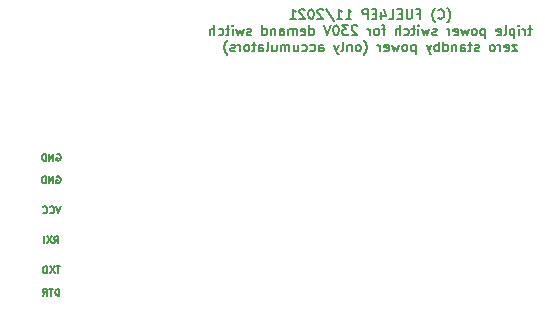
<source format=gbr>
G04 #@! TF.GenerationSoftware,KiCad,Pcbnew,5.1.12-84ad8e8a86~92~ubuntu18.04.1*
G04 #@! TF.CreationDate,2021-11-21T15:48:55+01:00*
G04 #@! TF.ProjectId,HB-UNI-SenAct-4-4-SC_DS_FUEL4EP_PCB,48422d55-4e49-42d5-9365-6e4163742d34,rev?*
G04 #@! TF.SameCoordinates,Original*
G04 #@! TF.FileFunction,Legend,Bot*
G04 #@! TF.FilePolarity,Positive*
%FSLAX46Y46*%
G04 Gerber Fmt 4.6, Leading zero omitted, Abs format (unit mm)*
G04 Created by KiCad (PCBNEW 5.1.12-84ad8e8a86~92~ubuntu18.04.1) date 2021-11-21 15:48:55*
%MOMM*%
%LPD*%
G01*
G04 APERTURE LIST*
%ADD10C,0.152400*%
%ADD11C,0.150000*%
%ADD12C,1.100000*%
%ADD13R,1.500000X1.524000*%
%ADD14C,5.800000*%
%ADD15O,3.251200X1.625600*%
%ADD16O,1.400000X1.400000*%
%ADD17C,1.400000*%
%ADD18O,1.700000X1.700000*%
%ADD19R,1.700000X1.700000*%
%ADD20C,2.000000*%
%ADD21C,1.498600*%
%ADD22R,1.498600X1.498600*%
%ADD23O,1.800000X1.800000*%
%ADD24R,1.800000X1.800000*%
%ADD25O,1.717500X1.800000*%
%ADD26R,1.717500X1.800000*%
%ADD27C,2.082800*%
%ADD28C,3.000000*%
%ADD29C,1.350000*%
%ADD30C,1.800000*%
%ADD31O,2.200000X2.200000*%
%ADD32R,2.200000X2.200000*%
%ADD33C,1.600000*%
%ADD34R,1.600000X1.600000*%
G04 APERTURE END LIST*
D10*
X46221952Y-20946533D02*
X46260657Y-20907828D01*
X46338066Y-20791714D01*
X46376771Y-20714304D01*
X46415476Y-20598190D01*
X46454180Y-20404666D01*
X46454180Y-20249847D01*
X46415476Y-20056323D01*
X46376771Y-19940209D01*
X46338066Y-19862800D01*
X46260657Y-19746685D01*
X46221952Y-19707980D01*
X45447857Y-20559485D02*
X45486561Y-20598190D01*
X45602676Y-20636895D01*
X45680085Y-20636895D01*
X45796200Y-20598190D01*
X45873609Y-20520780D01*
X45912314Y-20443371D01*
X45951019Y-20288552D01*
X45951019Y-20172438D01*
X45912314Y-20017619D01*
X45873609Y-19940209D01*
X45796200Y-19862800D01*
X45680085Y-19824095D01*
X45602676Y-19824095D01*
X45486561Y-19862800D01*
X45447857Y-19901504D01*
X45176923Y-20946533D02*
X45138219Y-20907828D01*
X45060809Y-20791714D01*
X45022104Y-20714304D01*
X44983400Y-20598190D01*
X44944695Y-20404666D01*
X44944695Y-20249847D01*
X44983400Y-20056323D01*
X45022104Y-19940209D01*
X45060809Y-19862800D01*
X45138219Y-19746685D01*
X45176923Y-19707980D01*
X43667438Y-20211142D02*
X43938371Y-20211142D01*
X43938371Y-20636895D02*
X43938371Y-19824095D01*
X43551323Y-19824095D01*
X43241685Y-19824095D02*
X43241685Y-20482076D01*
X43202980Y-20559485D01*
X43164276Y-20598190D01*
X43086866Y-20636895D01*
X42932047Y-20636895D01*
X42854638Y-20598190D01*
X42815933Y-20559485D01*
X42777228Y-20482076D01*
X42777228Y-19824095D01*
X42390180Y-20211142D02*
X42119247Y-20211142D01*
X42003133Y-20636895D02*
X42390180Y-20636895D01*
X42390180Y-19824095D01*
X42003133Y-19824095D01*
X41267742Y-20636895D02*
X41654790Y-20636895D01*
X41654790Y-19824095D01*
X40648466Y-20095028D02*
X40648466Y-20636895D01*
X40841990Y-19785390D02*
X41035514Y-20365961D01*
X40532352Y-20365961D01*
X40222714Y-20211142D02*
X39951780Y-20211142D01*
X39835666Y-20636895D02*
X40222714Y-20636895D01*
X40222714Y-19824095D01*
X39835666Y-19824095D01*
X39487323Y-20636895D02*
X39487323Y-19824095D01*
X39177685Y-19824095D01*
X39100276Y-19862800D01*
X39061571Y-19901504D01*
X39022866Y-19978914D01*
X39022866Y-20095028D01*
X39061571Y-20172438D01*
X39100276Y-20211142D01*
X39177685Y-20249847D01*
X39487323Y-20249847D01*
X37629495Y-20636895D02*
X38093952Y-20636895D01*
X37861723Y-20636895D02*
X37861723Y-19824095D01*
X37939133Y-19940209D01*
X38016542Y-20017619D01*
X38093952Y-20056323D01*
X36855400Y-20636895D02*
X37319857Y-20636895D01*
X37087628Y-20636895D02*
X37087628Y-19824095D01*
X37165038Y-19940209D01*
X37242447Y-20017619D01*
X37319857Y-20056323D01*
X35926485Y-19785390D02*
X36623171Y-20830419D01*
X35694257Y-19901504D02*
X35655552Y-19862800D01*
X35578142Y-19824095D01*
X35384619Y-19824095D01*
X35307209Y-19862800D01*
X35268504Y-19901504D01*
X35229800Y-19978914D01*
X35229800Y-20056323D01*
X35268504Y-20172438D01*
X35732961Y-20636895D01*
X35229800Y-20636895D01*
X34726638Y-19824095D02*
X34649228Y-19824095D01*
X34571819Y-19862800D01*
X34533114Y-19901504D01*
X34494409Y-19978914D01*
X34455704Y-20133733D01*
X34455704Y-20327257D01*
X34494409Y-20482076D01*
X34533114Y-20559485D01*
X34571819Y-20598190D01*
X34649228Y-20636895D01*
X34726638Y-20636895D01*
X34804047Y-20598190D01*
X34842752Y-20559485D01*
X34881457Y-20482076D01*
X34920161Y-20327257D01*
X34920161Y-20133733D01*
X34881457Y-19978914D01*
X34842752Y-19901504D01*
X34804047Y-19862800D01*
X34726638Y-19824095D01*
X34146066Y-19901504D02*
X34107361Y-19862800D01*
X34029952Y-19824095D01*
X33836428Y-19824095D01*
X33759019Y-19862800D01*
X33720314Y-19901504D01*
X33681609Y-19978914D01*
X33681609Y-20056323D01*
X33720314Y-20172438D01*
X34184771Y-20636895D01*
X33681609Y-20636895D01*
X32907514Y-20636895D02*
X33371971Y-20636895D01*
X33139742Y-20636895D02*
X33139742Y-19824095D01*
X33217152Y-19940209D01*
X33294561Y-20017619D01*
X33371971Y-20056323D01*
X53362980Y-21466628D02*
X53053342Y-21466628D01*
X53246866Y-21195695D02*
X53246866Y-21892380D01*
X53208161Y-21969790D01*
X53130752Y-22008495D01*
X53053342Y-22008495D01*
X52782409Y-22008495D02*
X52782409Y-21466628D01*
X52782409Y-21621447D02*
X52743704Y-21544038D01*
X52705000Y-21505333D01*
X52627590Y-21466628D01*
X52550180Y-21466628D01*
X52279247Y-22008495D02*
X52279247Y-21466628D01*
X52279247Y-21195695D02*
X52317952Y-21234400D01*
X52279247Y-21273104D01*
X52240542Y-21234400D01*
X52279247Y-21195695D01*
X52279247Y-21273104D01*
X51892200Y-21466628D02*
X51892200Y-22279428D01*
X51892200Y-21505333D02*
X51814790Y-21466628D01*
X51659971Y-21466628D01*
X51582561Y-21505333D01*
X51543857Y-21544038D01*
X51505152Y-21621447D01*
X51505152Y-21853676D01*
X51543857Y-21931085D01*
X51582561Y-21969790D01*
X51659971Y-22008495D01*
X51814790Y-22008495D01*
X51892200Y-21969790D01*
X51040695Y-22008495D02*
X51118104Y-21969790D01*
X51156809Y-21892380D01*
X51156809Y-21195695D01*
X50421419Y-21969790D02*
X50498828Y-22008495D01*
X50653647Y-22008495D01*
X50731057Y-21969790D01*
X50769761Y-21892380D01*
X50769761Y-21582742D01*
X50731057Y-21505333D01*
X50653647Y-21466628D01*
X50498828Y-21466628D01*
X50421419Y-21505333D01*
X50382714Y-21582742D01*
X50382714Y-21660152D01*
X50769761Y-21737561D01*
X49415095Y-21466628D02*
X49415095Y-22279428D01*
X49415095Y-21505333D02*
X49337685Y-21466628D01*
X49182866Y-21466628D01*
X49105457Y-21505333D01*
X49066752Y-21544038D01*
X49028047Y-21621447D01*
X49028047Y-21853676D01*
X49066752Y-21931085D01*
X49105457Y-21969790D01*
X49182866Y-22008495D01*
X49337685Y-22008495D01*
X49415095Y-21969790D01*
X48563590Y-22008495D02*
X48641000Y-21969790D01*
X48679704Y-21931085D01*
X48718409Y-21853676D01*
X48718409Y-21621447D01*
X48679704Y-21544038D01*
X48641000Y-21505333D01*
X48563590Y-21466628D01*
X48447476Y-21466628D01*
X48370066Y-21505333D01*
X48331361Y-21544038D01*
X48292657Y-21621447D01*
X48292657Y-21853676D01*
X48331361Y-21931085D01*
X48370066Y-21969790D01*
X48447476Y-22008495D01*
X48563590Y-22008495D01*
X48021723Y-21466628D02*
X47866904Y-22008495D01*
X47712085Y-21621447D01*
X47557266Y-22008495D01*
X47402447Y-21466628D01*
X46783171Y-21969790D02*
X46860580Y-22008495D01*
X47015400Y-22008495D01*
X47092809Y-21969790D01*
X47131514Y-21892380D01*
X47131514Y-21582742D01*
X47092809Y-21505333D01*
X47015400Y-21466628D01*
X46860580Y-21466628D01*
X46783171Y-21505333D01*
X46744466Y-21582742D01*
X46744466Y-21660152D01*
X47131514Y-21737561D01*
X46396123Y-22008495D02*
X46396123Y-21466628D01*
X46396123Y-21621447D02*
X46357419Y-21544038D01*
X46318714Y-21505333D01*
X46241304Y-21466628D01*
X46163895Y-21466628D01*
X45312390Y-21969790D02*
X45234980Y-22008495D01*
X45080161Y-22008495D01*
X45002752Y-21969790D01*
X44964047Y-21892380D01*
X44964047Y-21853676D01*
X45002752Y-21776266D01*
X45080161Y-21737561D01*
X45196276Y-21737561D01*
X45273685Y-21698857D01*
X45312390Y-21621447D01*
X45312390Y-21582742D01*
X45273685Y-21505333D01*
X45196276Y-21466628D01*
X45080161Y-21466628D01*
X45002752Y-21505333D01*
X44693114Y-21466628D02*
X44538295Y-22008495D01*
X44383476Y-21621447D01*
X44228657Y-22008495D01*
X44073838Y-21466628D01*
X43764200Y-22008495D02*
X43764200Y-21466628D01*
X43764200Y-21195695D02*
X43802904Y-21234400D01*
X43764200Y-21273104D01*
X43725495Y-21234400D01*
X43764200Y-21195695D01*
X43764200Y-21273104D01*
X43493266Y-21466628D02*
X43183628Y-21466628D01*
X43377152Y-21195695D02*
X43377152Y-21892380D01*
X43338447Y-21969790D01*
X43261038Y-22008495D01*
X43183628Y-22008495D01*
X42564352Y-21969790D02*
X42641761Y-22008495D01*
X42796580Y-22008495D01*
X42873990Y-21969790D01*
X42912695Y-21931085D01*
X42951400Y-21853676D01*
X42951400Y-21621447D01*
X42912695Y-21544038D01*
X42873990Y-21505333D01*
X42796580Y-21466628D01*
X42641761Y-21466628D01*
X42564352Y-21505333D01*
X42216009Y-22008495D02*
X42216009Y-21195695D01*
X41867666Y-22008495D02*
X41867666Y-21582742D01*
X41906371Y-21505333D01*
X41983780Y-21466628D01*
X42099895Y-21466628D01*
X42177304Y-21505333D01*
X42216009Y-21544038D01*
X40977457Y-21466628D02*
X40667819Y-21466628D01*
X40861342Y-22008495D02*
X40861342Y-21311809D01*
X40822638Y-21234400D01*
X40745228Y-21195695D01*
X40667819Y-21195695D01*
X40280771Y-22008495D02*
X40358180Y-21969790D01*
X40396885Y-21931085D01*
X40435590Y-21853676D01*
X40435590Y-21621447D01*
X40396885Y-21544038D01*
X40358180Y-21505333D01*
X40280771Y-21466628D01*
X40164657Y-21466628D01*
X40087247Y-21505333D01*
X40048542Y-21544038D01*
X40009838Y-21621447D01*
X40009838Y-21853676D01*
X40048542Y-21931085D01*
X40087247Y-21969790D01*
X40164657Y-22008495D01*
X40280771Y-22008495D01*
X39661495Y-22008495D02*
X39661495Y-21466628D01*
X39661495Y-21621447D02*
X39622790Y-21544038D01*
X39584085Y-21505333D01*
X39506676Y-21466628D01*
X39429266Y-21466628D01*
X38577761Y-21273104D02*
X38539057Y-21234400D01*
X38461647Y-21195695D01*
X38268123Y-21195695D01*
X38190714Y-21234400D01*
X38152009Y-21273104D01*
X38113304Y-21350514D01*
X38113304Y-21427923D01*
X38152009Y-21544038D01*
X38616466Y-22008495D01*
X38113304Y-22008495D01*
X37842371Y-21195695D02*
X37339209Y-21195695D01*
X37610142Y-21505333D01*
X37494028Y-21505333D01*
X37416619Y-21544038D01*
X37377914Y-21582742D01*
X37339209Y-21660152D01*
X37339209Y-21853676D01*
X37377914Y-21931085D01*
X37416619Y-21969790D01*
X37494028Y-22008495D01*
X37726257Y-22008495D01*
X37803666Y-21969790D01*
X37842371Y-21931085D01*
X36836047Y-21195695D02*
X36758638Y-21195695D01*
X36681228Y-21234400D01*
X36642523Y-21273104D01*
X36603819Y-21350514D01*
X36565114Y-21505333D01*
X36565114Y-21698857D01*
X36603819Y-21853676D01*
X36642523Y-21931085D01*
X36681228Y-21969790D01*
X36758638Y-22008495D01*
X36836047Y-22008495D01*
X36913457Y-21969790D01*
X36952161Y-21931085D01*
X36990866Y-21853676D01*
X37029571Y-21698857D01*
X37029571Y-21505333D01*
X36990866Y-21350514D01*
X36952161Y-21273104D01*
X36913457Y-21234400D01*
X36836047Y-21195695D01*
X36332885Y-21195695D02*
X36061952Y-22008495D01*
X35791019Y-21195695D01*
X34552466Y-22008495D02*
X34552466Y-21195695D01*
X34552466Y-21969790D02*
X34629876Y-22008495D01*
X34784695Y-22008495D01*
X34862104Y-21969790D01*
X34900809Y-21931085D01*
X34939514Y-21853676D01*
X34939514Y-21621447D01*
X34900809Y-21544038D01*
X34862104Y-21505333D01*
X34784695Y-21466628D01*
X34629876Y-21466628D01*
X34552466Y-21505333D01*
X33855780Y-21969790D02*
X33933190Y-22008495D01*
X34088009Y-22008495D01*
X34165419Y-21969790D01*
X34204123Y-21892380D01*
X34204123Y-21582742D01*
X34165419Y-21505333D01*
X34088009Y-21466628D01*
X33933190Y-21466628D01*
X33855780Y-21505333D01*
X33817076Y-21582742D01*
X33817076Y-21660152D01*
X34204123Y-21737561D01*
X33468733Y-22008495D02*
X33468733Y-21466628D01*
X33468733Y-21544038D02*
X33430028Y-21505333D01*
X33352619Y-21466628D01*
X33236504Y-21466628D01*
X33159095Y-21505333D01*
X33120390Y-21582742D01*
X33120390Y-22008495D01*
X33120390Y-21582742D02*
X33081685Y-21505333D01*
X33004276Y-21466628D01*
X32888161Y-21466628D01*
X32810752Y-21505333D01*
X32772047Y-21582742D01*
X32772047Y-22008495D01*
X32036657Y-22008495D02*
X32036657Y-21582742D01*
X32075361Y-21505333D01*
X32152771Y-21466628D01*
X32307590Y-21466628D01*
X32385000Y-21505333D01*
X32036657Y-21969790D02*
X32114066Y-22008495D01*
X32307590Y-22008495D01*
X32385000Y-21969790D01*
X32423704Y-21892380D01*
X32423704Y-21814971D01*
X32385000Y-21737561D01*
X32307590Y-21698857D01*
X32114066Y-21698857D01*
X32036657Y-21660152D01*
X31649609Y-21466628D02*
X31649609Y-22008495D01*
X31649609Y-21544038D02*
X31610904Y-21505333D01*
X31533495Y-21466628D01*
X31417380Y-21466628D01*
X31339971Y-21505333D01*
X31301266Y-21582742D01*
X31301266Y-22008495D01*
X30565876Y-22008495D02*
X30565876Y-21195695D01*
X30565876Y-21969790D02*
X30643285Y-22008495D01*
X30798104Y-22008495D01*
X30875514Y-21969790D01*
X30914219Y-21931085D01*
X30952923Y-21853676D01*
X30952923Y-21621447D01*
X30914219Y-21544038D01*
X30875514Y-21505333D01*
X30798104Y-21466628D01*
X30643285Y-21466628D01*
X30565876Y-21505333D01*
X29598257Y-21969790D02*
X29520847Y-22008495D01*
X29366028Y-22008495D01*
X29288619Y-21969790D01*
X29249914Y-21892380D01*
X29249914Y-21853676D01*
X29288619Y-21776266D01*
X29366028Y-21737561D01*
X29482142Y-21737561D01*
X29559552Y-21698857D01*
X29598257Y-21621447D01*
X29598257Y-21582742D01*
X29559552Y-21505333D01*
X29482142Y-21466628D01*
X29366028Y-21466628D01*
X29288619Y-21505333D01*
X28978980Y-21466628D02*
X28824161Y-22008495D01*
X28669342Y-21621447D01*
X28514523Y-22008495D01*
X28359704Y-21466628D01*
X28050066Y-22008495D02*
X28050066Y-21466628D01*
X28050066Y-21195695D02*
X28088771Y-21234400D01*
X28050066Y-21273104D01*
X28011361Y-21234400D01*
X28050066Y-21195695D01*
X28050066Y-21273104D01*
X27779133Y-21466628D02*
X27469495Y-21466628D01*
X27663019Y-21195695D02*
X27663019Y-21892380D01*
X27624314Y-21969790D01*
X27546904Y-22008495D01*
X27469495Y-22008495D01*
X26850219Y-21969790D02*
X26927628Y-22008495D01*
X27082447Y-22008495D01*
X27159857Y-21969790D01*
X27198561Y-21931085D01*
X27237266Y-21853676D01*
X27237266Y-21621447D01*
X27198561Y-21544038D01*
X27159857Y-21505333D01*
X27082447Y-21466628D01*
X26927628Y-21466628D01*
X26850219Y-21505333D01*
X26501876Y-22008495D02*
X26501876Y-21195695D01*
X26153533Y-22008495D02*
X26153533Y-21582742D01*
X26192238Y-21505333D01*
X26269647Y-21466628D01*
X26385761Y-21466628D01*
X26463171Y-21505333D01*
X26501876Y-21544038D01*
X52124428Y-22838228D02*
X51698676Y-22838228D01*
X52124428Y-23380095D01*
X51698676Y-23380095D01*
X51079400Y-23341390D02*
X51156809Y-23380095D01*
X51311628Y-23380095D01*
X51389038Y-23341390D01*
X51427742Y-23263980D01*
X51427742Y-22954342D01*
X51389038Y-22876933D01*
X51311628Y-22838228D01*
X51156809Y-22838228D01*
X51079400Y-22876933D01*
X51040695Y-22954342D01*
X51040695Y-23031752D01*
X51427742Y-23109161D01*
X50692352Y-23380095D02*
X50692352Y-22838228D01*
X50692352Y-22993047D02*
X50653647Y-22915638D01*
X50614942Y-22876933D01*
X50537533Y-22838228D01*
X50460123Y-22838228D01*
X50073076Y-23380095D02*
X50150485Y-23341390D01*
X50189190Y-23302685D01*
X50227895Y-23225276D01*
X50227895Y-22993047D01*
X50189190Y-22915638D01*
X50150485Y-22876933D01*
X50073076Y-22838228D01*
X49956961Y-22838228D01*
X49879552Y-22876933D01*
X49840847Y-22915638D01*
X49802142Y-22993047D01*
X49802142Y-23225276D01*
X49840847Y-23302685D01*
X49879552Y-23341390D01*
X49956961Y-23380095D01*
X50073076Y-23380095D01*
X48873228Y-23341390D02*
X48795819Y-23380095D01*
X48641000Y-23380095D01*
X48563590Y-23341390D01*
X48524885Y-23263980D01*
X48524885Y-23225276D01*
X48563590Y-23147866D01*
X48641000Y-23109161D01*
X48757114Y-23109161D01*
X48834523Y-23070457D01*
X48873228Y-22993047D01*
X48873228Y-22954342D01*
X48834523Y-22876933D01*
X48757114Y-22838228D01*
X48641000Y-22838228D01*
X48563590Y-22876933D01*
X48292657Y-22838228D02*
X47983019Y-22838228D01*
X48176542Y-22567295D02*
X48176542Y-23263980D01*
X48137838Y-23341390D01*
X48060428Y-23380095D01*
X47983019Y-23380095D01*
X47363742Y-23380095D02*
X47363742Y-22954342D01*
X47402447Y-22876933D01*
X47479857Y-22838228D01*
X47634676Y-22838228D01*
X47712085Y-22876933D01*
X47363742Y-23341390D02*
X47441152Y-23380095D01*
X47634676Y-23380095D01*
X47712085Y-23341390D01*
X47750790Y-23263980D01*
X47750790Y-23186571D01*
X47712085Y-23109161D01*
X47634676Y-23070457D01*
X47441152Y-23070457D01*
X47363742Y-23031752D01*
X46976695Y-22838228D02*
X46976695Y-23380095D01*
X46976695Y-22915638D02*
X46937990Y-22876933D01*
X46860580Y-22838228D01*
X46744466Y-22838228D01*
X46667057Y-22876933D01*
X46628352Y-22954342D01*
X46628352Y-23380095D01*
X45892961Y-23380095D02*
X45892961Y-22567295D01*
X45892961Y-23341390D02*
X45970371Y-23380095D01*
X46125190Y-23380095D01*
X46202600Y-23341390D01*
X46241304Y-23302685D01*
X46280009Y-23225276D01*
X46280009Y-22993047D01*
X46241304Y-22915638D01*
X46202600Y-22876933D01*
X46125190Y-22838228D01*
X45970371Y-22838228D01*
X45892961Y-22876933D01*
X45505914Y-23380095D02*
X45505914Y-22567295D01*
X45505914Y-22876933D02*
X45428504Y-22838228D01*
X45273685Y-22838228D01*
X45196276Y-22876933D01*
X45157571Y-22915638D01*
X45118866Y-22993047D01*
X45118866Y-23225276D01*
X45157571Y-23302685D01*
X45196276Y-23341390D01*
X45273685Y-23380095D01*
X45428504Y-23380095D01*
X45505914Y-23341390D01*
X44847933Y-22838228D02*
X44654409Y-23380095D01*
X44460885Y-22838228D02*
X44654409Y-23380095D01*
X44731819Y-23573619D01*
X44770523Y-23612323D01*
X44847933Y-23651028D01*
X43531971Y-22838228D02*
X43531971Y-23651028D01*
X43531971Y-22876933D02*
X43454561Y-22838228D01*
X43299742Y-22838228D01*
X43222333Y-22876933D01*
X43183628Y-22915638D01*
X43144923Y-22993047D01*
X43144923Y-23225276D01*
X43183628Y-23302685D01*
X43222333Y-23341390D01*
X43299742Y-23380095D01*
X43454561Y-23380095D01*
X43531971Y-23341390D01*
X42680466Y-23380095D02*
X42757876Y-23341390D01*
X42796580Y-23302685D01*
X42835285Y-23225276D01*
X42835285Y-22993047D01*
X42796580Y-22915638D01*
X42757876Y-22876933D01*
X42680466Y-22838228D01*
X42564352Y-22838228D01*
X42486942Y-22876933D01*
X42448238Y-22915638D01*
X42409533Y-22993047D01*
X42409533Y-23225276D01*
X42448238Y-23302685D01*
X42486942Y-23341390D01*
X42564352Y-23380095D01*
X42680466Y-23380095D01*
X42138600Y-22838228D02*
X41983780Y-23380095D01*
X41828961Y-22993047D01*
X41674142Y-23380095D01*
X41519323Y-22838228D01*
X40900047Y-23341390D02*
X40977457Y-23380095D01*
X41132276Y-23380095D01*
X41209685Y-23341390D01*
X41248390Y-23263980D01*
X41248390Y-22954342D01*
X41209685Y-22876933D01*
X41132276Y-22838228D01*
X40977457Y-22838228D01*
X40900047Y-22876933D01*
X40861342Y-22954342D01*
X40861342Y-23031752D01*
X41248390Y-23109161D01*
X40513000Y-23380095D02*
X40513000Y-22838228D01*
X40513000Y-22993047D02*
X40474295Y-22915638D01*
X40435590Y-22876933D01*
X40358180Y-22838228D01*
X40280771Y-22838228D01*
X39158333Y-23689733D02*
X39197038Y-23651028D01*
X39274447Y-23534914D01*
X39313152Y-23457504D01*
X39351857Y-23341390D01*
X39390561Y-23147866D01*
X39390561Y-22993047D01*
X39351857Y-22799523D01*
X39313152Y-22683409D01*
X39274447Y-22606000D01*
X39197038Y-22489885D01*
X39158333Y-22451180D01*
X38732580Y-23380095D02*
X38809990Y-23341390D01*
X38848695Y-23302685D01*
X38887400Y-23225276D01*
X38887400Y-22993047D01*
X38848695Y-22915638D01*
X38809990Y-22876933D01*
X38732580Y-22838228D01*
X38616466Y-22838228D01*
X38539057Y-22876933D01*
X38500352Y-22915638D01*
X38461647Y-22993047D01*
X38461647Y-23225276D01*
X38500352Y-23302685D01*
X38539057Y-23341390D01*
X38616466Y-23380095D01*
X38732580Y-23380095D01*
X38113304Y-22838228D02*
X38113304Y-23380095D01*
X38113304Y-22915638D02*
X38074600Y-22876933D01*
X37997190Y-22838228D01*
X37881076Y-22838228D01*
X37803666Y-22876933D01*
X37764961Y-22954342D01*
X37764961Y-23380095D01*
X37261800Y-23380095D02*
X37339209Y-23341390D01*
X37377914Y-23263980D01*
X37377914Y-22567295D01*
X37029571Y-22838228D02*
X36836047Y-23380095D01*
X36642523Y-22838228D02*
X36836047Y-23380095D01*
X36913457Y-23573619D01*
X36952161Y-23612323D01*
X37029571Y-23651028D01*
X35365266Y-23380095D02*
X35365266Y-22954342D01*
X35403971Y-22876933D01*
X35481380Y-22838228D01*
X35636200Y-22838228D01*
X35713609Y-22876933D01*
X35365266Y-23341390D02*
X35442676Y-23380095D01*
X35636200Y-23380095D01*
X35713609Y-23341390D01*
X35752314Y-23263980D01*
X35752314Y-23186571D01*
X35713609Y-23109161D01*
X35636200Y-23070457D01*
X35442676Y-23070457D01*
X35365266Y-23031752D01*
X34629876Y-23341390D02*
X34707285Y-23380095D01*
X34862104Y-23380095D01*
X34939514Y-23341390D01*
X34978219Y-23302685D01*
X35016923Y-23225276D01*
X35016923Y-22993047D01*
X34978219Y-22915638D01*
X34939514Y-22876933D01*
X34862104Y-22838228D01*
X34707285Y-22838228D01*
X34629876Y-22876933D01*
X33933190Y-23341390D02*
X34010600Y-23380095D01*
X34165419Y-23380095D01*
X34242828Y-23341390D01*
X34281533Y-23302685D01*
X34320238Y-23225276D01*
X34320238Y-22993047D01*
X34281533Y-22915638D01*
X34242828Y-22876933D01*
X34165419Y-22838228D01*
X34010600Y-22838228D01*
X33933190Y-22876933D01*
X33236504Y-22838228D02*
X33236504Y-23380095D01*
X33584847Y-22838228D02*
X33584847Y-23263980D01*
X33546142Y-23341390D01*
X33468733Y-23380095D01*
X33352619Y-23380095D01*
X33275209Y-23341390D01*
X33236504Y-23302685D01*
X32849457Y-23380095D02*
X32849457Y-22838228D01*
X32849457Y-22915638D02*
X32810752Y-22876933D01*
X32733342Y-22838228D01*
X32617228Y-22838228D01*
X32539819Y-22876933D01*
X32501114Y-22954342D01*
X32501114Y-23380095D01*
X32501114Y-22954342D02*
X32462409Y-22876933D01*
X32385000Y-22838228D01*
X32268885Y-22838228D01*
X32191476Y-22876933D01*
X32152771Y-22954342D01*
X32152771Y-23380095D01*
X31417380Y-22838228D02*
X31417380Y-23380095D01*
X31765723Y-22838228D02*
X31765723Y-23263980D01*
X31727019Y-23341390D01*
X31649609Y-23380095D01*
X31533495Y-23380095D01*
X31456085Y-23341390D01*
X31417380Y-23302685D01*
X30914219Y-23380095D02*
X30991628Y-23341390D01*
X31030333Y-23263980D01*
X31030333Y-22567295D01*
X30256238Y-23380095D02*
X30256238Y-22954342D01*
X30294942Y-22876933D01*
X30372352Y-22838228D01*
X30527171Y-22838228D01*
X30604580Y-22876933D01*
X30256238Y-23341390D02*
X30333647Y-23380095D01*
X30527171Y-23380095D01*
X30604580Y-23341390D01*
X30643285Y-23263980D01*
X30643285Y-23186571D01*
X30604580Y-23109161D01*
X30527171Y-23070457D01*
X30333647Y-23070457D01*
X30256238Y-23031752D01*
X29985304Y-22838228D02*
X29675666Y-22838228D01*
X29869190Y-22567295D02*
X29869190Y-23263980D01*
X29830485Y-23341390D01*
X29753076Y-23380095D01*
X29675666Y-23380095D01*
X29288619Y-23380095D02*
X29366028Y-23341390D01*
X29404733Y-23302685D01*
X29443438Y-23225276D01*
X29443438Y-22993047D01*
X29404733Y-22915638D01*
X29366028Y-22876933D01*
X29288619Y-22838228D01*
X29172504Y-22838228D01*
X29095095Y-22876933D01*
X29056390Y-22915638D01*
X29017685Y-22993047D01*
X29017685Y-23225276D01*
X29056390Y-23302685D01*
X29095095Y-23341390D01*
X29172504Y-23380095D01*
X29288619Y-23380095D01*
X28669342Y-23380095D02*
X28669342Y-22838228D01*
X28669342Y-22993047D02*
X28630638Y-22915638D01*
X28591933Y-22876933D01*
X28514523Y-22838228D01*
X28437114Y-22838228D01*
X28204885Y-23341390D02*
X28127476Y-23380095D01*
X27972657Y-23380095D01*
X27895247Y-23341390D01*
X27856542Y-23263980D01*
X27856542Y-23225276D01*
X27895247Y-23147866D01*
X27972657Y-23109161D01*
X28088771Y-23109161D01*
X28166180Y-23070457D01*
X28204885Y-22993047D01*
X28204885Y-22954342D01*
X28166180Y-22876933D01*
X28088771Y-22838228D01*
X27972657Y-22838228D01*
X27895247Y-22876933D01*
X27585609Y-23689733D02*
X27546904Y-23651028D01*
X27469495Y-23534914D01*
X27430790Y-23457504D01*
X27392085Y-23341390D01*
X27353380Y-23147866D01*
X27353380Y-22993047D01*
X27392085Y-22799523D01*
X27430790Y-22683409D01*
X27469495Y-22606000D01*
X27546904Y-22489885D01*
X27585609Y-22451180D01*
D11*
X10795000Y-44450000D02*
G75*
G03*
X10795000Y-44450000I-635000J0D01*
G01*
X10795000Y-41910000D02*
G75*
G03*
X10795000Y-41910000I-635000J0D01*
G01*
X10795000Y-39370000D02*
G75*
G03*
X10795000Y-39370000I-635000J0D01*
G01*
X10795000Y-36830000D02*
G75*
G03*
X10795000Y-36830000I-635000J0D01*
G01*
X10795000Y-34290000D02*
G75*
G03*
X10795000Y-34290000I-635000J0D01*
G01*
X10795000Y-31750000D02*
G75*
G03*
X10795000Y-31750000I-635000J0D01*
G01*
X13157142Y-32085000D02*
X13214285Y-32056428D01*
X13300000Y-32056428D01*
X13385714Y-32085000D01*
X13442857Y-32142142D01*
X13471428Y-32199285D01*
X13500000Y-32313571D01*
X13500000Y-32399285D01*
X13471428Y-32513571D01*
X13442857Y-32570714D01*
X13385714Y-32627857D01*
X13300000Y-32656428D01*
X13242857Y-32656428D01*
X13157142Y-32627857D01*
X13128571Y-32599285D01*
X13128571Y-32399285D01*
X13242857Y-32399285D01*
X12871428Y-32656428D02*
X12871428Y-32056428D01*
X12528571Y-32656428D01*
X12528571Y-32056428D01*
X12242857Y-32656428D02*
X12242857Y-32056428D01*
X12100000Y-32056428D01*
X12014285Y-32085000D01*
X11957142Y-32142142D01*
X11928571Y-32199285D01*
X11900000Y-32313571D01*
X11900000Y-32399285D01*
X11928571Y-32513571D01*
X11957142Y-32570714D01*
X12014285Y-32627857D01*
X12100000Y-32656428D01*
X12242857Y-32656428D01*
X13157142Y-33990000D02*
X13214285Y-33961428D01*
X13300000Y-33961428D01*
X13385714Y-33990000D01*
X13442857Y-34047142D01*
X13471428Y-34104285D01*
X13500000Y-34218571D01*
X13500000Y-34304285D01*
X13471428Y-34418571D01*
X13442857Y-34475714D01*
X13385714Y-34532857D01*
X13300000Y-34561428D01*
X13242857Y-34561428D01*
X13157142Y-34532857D01*
X13128571Y-34504285D01*
X13128571Y-34304285D01*
X13242857Y-34304285D01*
X12871428Y-34561428D02*
X12871428Y-33961428D01*
X12528571Y-34561428D01*
X12528571Y-33961428D01*
X12242857Y-34561428D02*
X12242857Y-33961428D01*
X12100000Y-33961428D01*
X12014285Y-33990000D01*
X11957142Y-34047142D01*
X11928571Y-34104285D01*
X11900000Y-34218571D01*
X11900000Y-34304285D01*
X11928571Y-34418571D01*
X11957142Y-34475714D01*
X12014285Y-34532857D01*
X12100000Y-34561428D01*
X12242857Y-34561428D01*
X13500000Y-36501428D02*
X13300000Y-37101428D01*
X13100000Y-36501428D01*
X12557142Y-37044285D02*
X12585714Y-37072857D01*
X12671428Y-37101428D01*
X12728571Y-37101428D01*
X12814285Y-37072857D01*
X12871428Y-37015714D01*
X12900000Y-36958571D01*
X12928571Y-36844285D01*
X12928571Y-36758571D01*
X12900000Y-36644285D01*
X12871428Y-36587142D01*
X12814285Y-36530000D01*
X12728571Y-36501428D01*
X12671428Y-36501428D01*
X12585714Y-36530000D01*
X12557142Y-36558571D01*
X11957142Y-37044285D02*
X11985714Y-37072857D01*
X12071428Y-37101428D01*
X12128571Y-37101428D01*
X12214285Y-37072857D01*
X12271428Y-37015714D01*
X12300000Y-36958571D01*
X12328571Y-36844285D01*
X12328571Y-36758571D01*
X12300000Y-36644285D01*
X12271428Y-36587142D01*
X12214285Y-36530000D01*
X12128571Y-36501428D01*
X12071428Y-36501428D01*
X11985714Y-36530000D01*
X11957142Y-36558571D01*
X12942857Y-39641428D02*
X13142857Y-39355714D01*
X13285714Y-39641428D02*
X13285714Y-39041428D01*
X13057142Y-39041428D01*
X13000000Y-39070000D01*
X12971428Y-39098571D01*
X12942857Y-39155714D01*
X12942857Y-39241428D01*
X12971428Y-39298571D01*
X13000000Y-39327142D01*
X13057142Y-39355714D01*
X13285714Y-39355714D01*
X12742857Y-39041428D02*
X12342857Y-39641428D01*
X12342857Y-39041428D02*
X12742857Y-39641428D01*
X12114285Y-39641428D02*
X12114285Y-39041428D01*
X13457142Y-41581428D02*
X13114285Y-41581428D01*
X13285714Y-42181428D02*
X13285714Y-41581428D01*
X12971428Y-41581428D02*
X12571428Y-42181428D01*
X12571428Y-41581428D02*
X12971428Y-42181428D01*
X12342857Y-42181428D02*
X12342857Y-41581428D01*
X12200000Y-41581428D01*
X12114285Y-41610000D01*
X12057142Y-41667142D01*
X12028571Y-41724285D01*
X12000000Y-41838571D01*
X12000000Y-41924285D01*
X12028571Y-42038571D01*
X12057142Y-42095714D01*
X12114285Y-42152857D01*
X12200000Y-42181428D01*
X12342857Y-42181428D01*
X13385714Y-44086428D02*
X13385714Y-43486428D01*
X13242857Y-43486428D01*
X13157142Y-43515000D01*
X13100000Y-43572142D01*
X13071428Y-43629285D01*
X13042857Y-43743571D01*
X13042857Y-43829285D01*
X13071428Y-43943571D01*
X13100000Y-44000714D01*
X13157142Y-44057857D01*
X13242857Y-44086428D01*
X13385714Y-44086428D01*
X12871428Y-43486428D02*
X12528571Y-43486428D01*
X12700000Y-44086428D02*
X12700000Y-43486428D01*
X11985714Y-44086428D02*
X12185714Y-43800714D01*
X12328571Y-44086428D02*
X12328571Y-43486428D01*
X12100000Y-43486428D01*
X12042857Y-43515000D01*
X12014285Y-43543571D01*
X11985714Y-43600714D01*
X11985714Y-43686428D01*
X12014285Y-43743571D01*
X12042857Y-43772142D01*
X12100000Y-43800714D01*
X12328571Y-43800714D01*
%LPC*%
D12*
X43650000Y-13740000D03*
X69850000Y-13740000D03*
X69850000Y-2540000D03*
X43650000Y-2540000D03*
D13*
X43150000Y-9410000D03*
X43150000Y-6870000D03*
X70350000Y-9410000D03*
X70350000Y-6870000D03*
D14*
X82000000Y-4000000D03*
X82000000Y-59000000D03*
X4000000Y-59000000D03*
X4000000Y-3980000D03*
D15*
X83439000Y-11303000D03*
X83439000Y-13843000D03*
X83439000Y-16383000D03*
D16*
X39370000Y-57150000D03*
D17*
X39370000Y-52070000D03*
D16*
X77724000Y-13970000D03*
D17*
X77724000Y-19050000D03*
D16*
X79819500Y-21018500D03*
D17*
X79819500Y-26098500D03*
D16*
X49530000Y-57150000D03*
D17*
X49530000Y-52070000D03*
D16*
X46990000Y-57150000D03*
D17*
X46990000Y-52070000D03*
D16*
X44450000Y-57150000D03*
D17*
X44450000Y-52070000D03*
D16*
X41910000Y-57150000D03*
D17*
X41910000Y-52070000D03*
D18*
X36830000Y-61093000D03*
X39370000Y-61093000D03*
X41910000Y-61093000D03*
X44450000Y-61093000D03*
X46990000Y-61093000D03*
X49530000Y-61093000D03*
D19*
X52070000Y-61093000D03*
D20*
X1850000Y-41910000D03*
X6350000Y-41910000D03*
X1850000Y-48410000D03*
X6350000Y-48410000D03*
D16*
X26670000Y-7620000D03*
D17*
X26670000Y-2540000D03*
D16*
X55880000Y-27940000D03*
D17*
X60960000Y-27940000D03*
D16*
X60198000Y-24511000D03*
D17*
X55118000Y-24511000D03*
D16*
X55880000Y-17780000D03*
D17*
X60960000Y-17780000D03*
D16*
X31940500Y-15113000D03*
D17*
X26860500Y-15113000D03*
D16*
X66040000Y-22860000D03*
D17*
X66040000Y-17780000D03*
D16*
X20955000Y-8445500D03*
D17*
X20955000Y-13525500D03*
D16*
X6350000Y-38100000D03*
D17*
X6350000Y-33020000D03*
D21*
X49276000Y-29337000D03*
X48006000Y-26797000D03*
D22*
X46736000Y-29337000D03*
D23*
X60960000Y-21590000D03*
X58420000Y-21590000D03*
D24*
X55880000Y-21590000D03*
D25*
X74673000Y-20320000D03*
X72383000Y-20320000D03*
D26*
X70093000Y-20320000D03*
D27*
X58917000Y-36201000D03*
X58917000Y-38741000D03*
X58917000Y-46361000D03*
X58917000Y-48901000D03*
X58917000Y-43821000D03*
X48757000Y-36201000D03*
X48757000Y-38741000D03*
X48757000Y-46361000D03*
X48757000Y-48901000D03*
X48757000Y-43821000D03*
X48757000Y-41281000D03*
X58917000Y-41281000D03*
D28*
X83735000Y-42480000D03*
D29*
X83735000Y-44980000D03*
X83735000Y-39980000D03*
X65735000Y-46480000D03*
X65735000Y-44480000D03*
X65735000Y-42480000D03*
X65735000Y-40480000D03*
X65735000Y-38480000D03*
X65735000Y-36480000D03*
X65735000Y-34480000D03*
X65735000Y-48480000D03*
D30*
X40640000Y-35560000D03*
X40640000Y-33020000D03*
X40640000Y-30480000D03*
X38100000Y-30480000D03*
X35560000Y-30480000D03*
X33020000Y-30480000D03*
X30480000Y-30480000D03*
X27940000Y-30480000D03*
X25400000Y-30480000D03*
X22860000Y-30480000D03*
X20320000Y-30480000D03*
X17780000Y-30480000D03*
X15240000Y-30480000D03*
X12700000Y-30480000D03*
X12700000Y-45720000D03*
X15240000Y-45720000D03*
X17780000Y-45720000D03*
X20320000Y-45720000D03*
X22860000Y-45720000D03*
X25400000Y-45720000D03*
X27940000Y-45720000D03*
X30480000Y-45720000D03*
X33020000Y-45720000D03*
X35560000Y-45720000D03*
X38100000Y-45720000D03*
X40640000Y-45720000D03*
X24130000Y-33020000D03*
X21590000Y-33020000D03*
X40640000Y-38100000D03*
X10160000Y-44450000D03*
X10160000Y-41910000D03*
X10160000Y-39370000D03*
X10160000Y-36830000D03*
X10160000Y-34290000D03*
X10160000Y-31750000D03*
D18*
X3048000Y-13970000D03*
X3048000Y-16510000D03*
D19*
X3048000Y-19050000D03*
D18*
X2921000Y-26670000D03*
D19*
X2921000Y-24130000D03*
D18*
X24130000Y-22860000D03*
X21590000Y-22860000D03*
X19050000Y-22860000D03*
X16510000Y-22860000D03*
X13970000Y-22860000D03*
D19*
X11430000Y-22860000D03*
D18*
X59690000Y-60960000D03*
X62230000Y-60960000D03*
X64770000Y-60960000D03*
X67310000Y-60960000D03*
X69850000Y-60960000D03*
D19*
X72390000Y-60960000D03*
D18*
X29210000Y-60960000D03*
X26670000Y-60960000D03*
X24130000Y-60960000D03*
X21590000Y-60960000D03*
X19050000Y-60960000D03*
D19*
X16510000Y-60960000D03*
D18*
X83820000Y-26670000D03*
D19*
X83820000Y-24130000D03*
D14*
X75951000Y-54362000D03*
X9657000Y-54235000D03*
X9657000Y-8261000D03*
X75697000Y-8261000D03*
D31*
X39243000Y-9271000D03*
D32*
X31623000Y-9271000D03*
D31*
X63627000Y-56515000D03*
D32*
X71247000Y-56515000D03*
D31*
X63627000Y-53213000D03*
D32*
X71247000Y-53213000D03*
D31*
X53340000Y-31750000D03*
D32*
X60960000Y-31750000D03*
D30*
X3810000Y-34290000D03*
D24*
X1270000Y-34290000D03*
D33*
X15240000Y-15240000D03*
D34*
X15240000Y-17240000D03*
D20*
X14431000Y-26416000D03*
X19431000Y-26416000D03*
D33*
X64810000Y-27940000D03*
D34*
X67310000Y-27940000D03*
M02*

</source>
